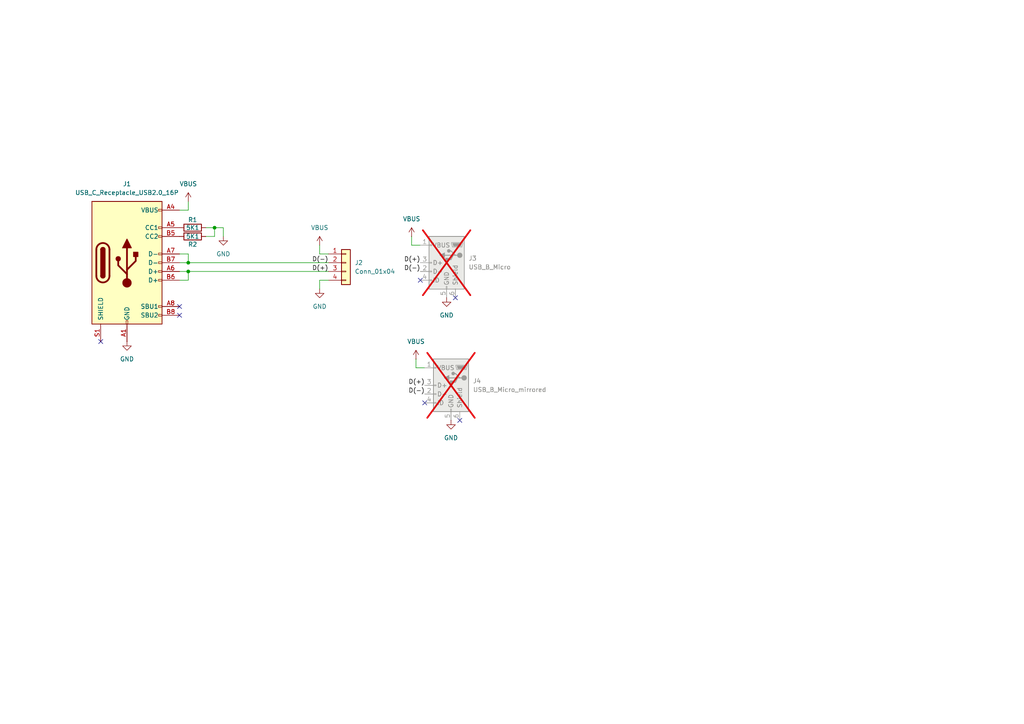
<source format=kicad_sch>
(kicad_sch (version 20250114) (generator "eeschema") (generator_version "9.0")
  (paper "A4")
  (lib_symbols
    (symbol "Connector:USB_B_Micro" (pin_names (offset 1.016))
      (property "Reference" "J" (at -5.08 11.43 0))
      (property "Value" "USB_B_Micro" (at -5.08 8.89 0))
      (symbol "USB_B_Micro_0_1"
        (rectangle (start -5.08 -7.62) (end 5.08 7.62) (stroke (width 0.254)) (fill (type background)))
        (polyline (pts (xy -4.699 5.842) (xy -4.699 5.588) (xy -4.445 4.826) (xy -4.445 4.572) (xy -1.651 4.572) (xy -1.651 4.826) (xy -1.397 5.588) (xy -1.397 5.842) (xy -4.699 5.842)))
        (polyline (pts (xy -4.318 5.588) (xy -1.778 5.588) (xy -2.032 4.826) (xy -4.064 4.826) (xy -4.318 5.588)) (fill (type outline)))
        (circle (center -3.81 2.159) (radius 0.635) (stroke (width 0.254)) (fill (type outline)))
        (polyline (pts (xy -3.175 2.159) (xy -2.54 2.159) (xy -1.27 3.429) (xy -0.635 3.429)) (stroke (width 0.254)))
        (polyline (pts (xy -2.54 2.159) (xy -1.905 2.159) (xy -1.27 0.889) (xy 0 0.889)) (stroke (width 0.254)))
        (polyline (pts (xy -1.905 2.159) (xy 0.635 2.159)) (stroke (width 0.254)))
        (circle (center -0.635 3.429) (radius 0.381) (stroke (width 0.254)) (fill (type outline)))
        (rectangle (start -0.127 -7.62) (end 0.127 -6.858))
        (rectangle (start 0.254 1.27) (end -0.508 0.508) (stroke (width 0.254)) (fill (type outline)))
        (polyline (pts (xy 0.635 2.794) (xy 0.635 1.524) (xy 1.905 2.159) (xy 0.635 2.794)) (stroke (width 0.254)) (fill (type outline)))
        (rectangle (start 5.08 4.953) (end 4.318 5.207))
        (rectangle (start 5.08 -0.127) (end 4.318 0.127))
        (rectangle (start 5.08 -2.667) (end 4.318 -2.413))
        (rectangle (start 5.08 -5.207) (end 4.318 -4.953))
      )
      (symbol "USB_B_Micro_1_1"
        (pin passive line (at -2.54 -10.16 90) (length 2.54) (name "Shield") (number "6"))
        (pin power_out line (at 0 -10.16 90) (length 2.54) (name "GND") (number "5"))
        (pin power_out line (at 7.62 5.08 180) (length 2.54) (name "VBUS") (number "1"))
        (pin bidirectional line (at 7.62 0 180) (length 2.54) (name "D+") (number "3"))
        (pin bidirectional line (at 7.62 -2.54 180) (length 2.54) (name "D-") (number "2"))
        (pin passive line (at 7.62 -5.08 180) (length 2.54) (name "ID") (number "4"))
      )
    )
    (symbol "Connector:USB_C_Receptacle_USB2.0_16P" (pin_names (offset 1.016))
      (property "Reference" "J" (at 0 22.225 0))
      (property "Value" "USB_C_Receptacle_USB2.0_16P" (at 0 19.685 0))
      (symbol "USB_C_Receptacle_USB2.0_16P_0_0"
        (rectangle (start -0.254 -17.78) (end 0.254 -16.764))
        (rectangle (start 10.16 15.494) (end 9.144 14.986))
        (rectangle (start 10.16 10.414) (end 9.144 9.906))
        (rectangle (start 10.16 7.874) (end 9.144 7.366))
        (rectangle (start 10.16 2.794) (end 9.144 2.286))
        (rectangle (start 10.16 0.254) (end 9.144 -0.254))
        (rectangle (start 10.16 -2.286) (end 9.144 -2.794))
        (rectangle (start 10.16 -4.826) (end 9.144 -5.334))
        (rectangle (start 10.16 -12.446) (end 9.144 -12.954))
        (rectangle (start 10.16 -14.986) (end 9.144 -15.494))
      )
      (symbol "USB_C_Receptacle_USB2.0_16P_0_1"
        (rectangle (start -10.16 17.78) (end 10.16 -17.78) (stroke (width 0.254)) (fill (type background)))
        (polyline (pts (xy -8.89 -3.81) (xy -8.89 3.81)) (stroke (width 0.508)))
        (rectangle (start -7.62 -3.81) (end -6.35 3.81) (stroke (width 0.254)) (fill (type outline)))
        (arc (start -7.62 3.81) (mid -6.985 4.4423) (end -6.35 3.81) (stroke (width 0.254)))
        (arc (start -7.62 3.81) (mid -6.985 4.4423) (end -6.35 3.81) (stroke (width 0.254)) (fill (type outline)))
        (arc (start -8.89 3.81) (mid -6.985 5.7067) (end -5.08 3.81) (stroke (width 0.508)))
        (arc (start -5.08 -3.81) (mid -6.985 -5.7067) (end -8.89 -3.81) (stroke (width 0.508)))
        (arc (start -6.35 -3.81) (mid -6.985 -4.4423) (end -7.62 -3.81) (stroke (width 0.254)))
        (arc (start -6.35 -3.81) (mid -6.985 -4.4423) (end -7.62 -3.81) (stroke (width 0.254)) (fill (type outline)))
        (polyline (pts (xy -5.08 3.81) (xy -5.08 -3.81)) (stroke (width 0.508)))
        (circle (center -2.54 1.143) (radius 0.635) (stroke (width 0.254)) (fill (type outline)))
        (polyline (pts (xy -1.27 4.318) (xy 0 6.858) (xy 1.27 4.318) (xy -1.27 4.318)) (stroke (width 0.254)) (fill (type outline)))
        (polyline (pts (xy 0 -2.032) (xy 2.54 0.508) (xy 2.54 1.778)) (stroke (width 0.508)))
        (polyline (pts (xy 0 -3.302) (xy -2.54 -0.762) (xy -2.54 0.508)) (stroke (width 0.508)))
        (polyline (pts (xy 0 -5.842) (xy 0 4.318)) (stroke (width 0.508)))
        (circle (center 0 -5.842) (radius 1.27) (fill (type outline)))
        (rectangle (start 1.905 1.778) (end 3.175 3.048) (stroke (width 0.254)) (fill (type outline)))
      )
      (symbol "USB_C_Receptacle_USB2.0_16P_1_1"
        (pin passive line (at -7.62 -22.86 90) (length 5.08) (name "SHIELD") (number "S1"))
        (pin passive line (at 0 -22.86 90) (length 5.08) (name "GND") (number "A1"))
        (pin passive line (at 0 -22.86 90) (length 5.08) (hide yes) (name "GND") (number "A12"))
        (pin passive line (at 0 -22.86 90) (length 5.08) (hide yes) (name "GND") (number "B1"))
        (pin passive line (at 0 -22.86 90) (length 5.08) (hide yes) (name "GND") (number "B12"))
        (pin passive line (at 15.24 15.24 180) (length 5.08) (name "VBUS") (number "A4"))
        (pin passive line (at 15.24 15.24 180) (length 5.08) (hide yes) (name "VBUS") (number "A9"))
        (pin passive line (at 15.24 15.24 180) (length 5.08) (hide yes) (name "VBUS") (number "B4"))
        (pin passive line (at 15.24 15.24 180) (length 5.08) (hide yes) (name "VBUS") (number "B9"))
        (pin bidirectional line (at 15.24 10.16 180) (length 5.08) (name "CC1") (number "A5"))
        (pin bidirectional line (at 15.24 7.62 180) (length 5.08) (name "CC2") (number "B5"))
        (pin bidirectional line (at 15.24 2.54 180) (length 5.08) (name "D-") (number "A7"))
        (pin bidirectional line (at 15.24 0 180) (length 5.08) (name "D-") (number "B7"))
        (pin bidirectional line (at 15.24 -2.54 180) (length 5.08) (name "D+") (number "A6"))
        (pin bidirectional line (at 15.24 -5.08 180) (length 5.08) (name "D+") (number "B6"))
        (pin bidirectional line (at 15.24 -12.7 180) (length 5.08) (name "SBU1") (number "A8"))
        (pin bidirectional line (at 15.24 -15.24 180) (length 5.08) (name "SBU2") (number "B8"))
      )
    )
    (symbol "Connector_Generic:Conn_01x04" (pin_names (offset 1.016) (hide yes))
      (property "Reference" "J" (at 0 5.08 0))
      (property "Value" "Conn_01x04" (at 0 -7.62 0))
      (symbol "Conn_01x04_1_1"
        (rectangle (start -1.27 3.81) (end 1.27 -6.35) (stroke (width 0.254)) (fill (type background)))
        (rectangle (start -1.27 2.667) (end 0 2.413) (stroke (width 0.1524)))
        (rectangle (start -1.27 0.127) (end 0 -0.127) (stroke (width 0.1524)))
        (rectangle (start -1.27 -2.413) (end 0 -2.667) (stroke (width 0.1524)))
        (rectangle (start -1.27 -4.953) (end 0 -5.207) (stroke (width 0.1524)))
        (pin passive line (at -5.08 2.54 0) (length 3.81) (name "Pin_1") (number "1"))
        (pin passive line (at -5.08 0 0) (length 3.81) (name "Pin_2") (number "2"))
        (pin passive line (at -5.08 -2.54 0) (length 3.81) (name "Pin_3") (number "3"))
        (pin passive line (at -5.08 -5.08 0) (length 3.81) (name "Pin_4") (number "4"))
      )
    )
    (symbol "Device:R" (pin_numbers (hide yes)) (pin_names (offset 0))
      (property "Reference" "R" (at 2.032 0 90))
      (property "Value" "R" (at 0 0 90))
      (symbol "R_0_1"
        (rectangle (start -1.016 -2.54) (end 1.016 2.54) (stroke (width 0.254)))
      )
      (symbol "R_1_1"
        (pin passive line (at 0 3.81 270) (length 1.27) (name "~") (number "1"))
        (pin passive line (at 0 -3.81 90) (length 1.27) (name "~") (number "2"))
      )
    )
    (symbol "power:GND" (power) (pin_numbers (hide yes)) (pin_names (offset 0) (hide yes))
      (property "Value" "GND" (at 0 -3.81 0))
      (symbol "GND_0_1"
        (polyline (pts (xy 0 0) (xy 0 -1.27) (xy 1.27 -1.27) (xy 0 -2.54) (xy -1.27 -1.27) (xy 0 -1.27)))
      )
      (symbol "GND_1_1"
        (pin power_in line (at 0 0 270) (length 0) (name "~") (number "1"))
      )
    )
    (symbol "power:VBUS" (power) (pin_numbers (hide yes)) (pin_names (offset 0) (hide yes))
      (property "Value" "VBUS" (at 0 3.556 0))
      (symbol "VBUS_0_1"
        (polyline (pts (xy -0.762 1.27) (xy 0 2.54)))
        (polyline (pts (xy 0 2.54) (xy 0.762 1.27)))
        (polyline (pts (xy 0 0) (xy 0 2.54)))
      )
      (symbol "VBUS_1_1"
        (pin power_in line (at 0 0 90) (length 0) (name "~") (number "1"))
      )
    )
  )
  (junction (at 54.61 76.2))
  (junction (at 54.61 78.74))
  (junction (at 62.23 66.04))
  (no_connect (at 29.21 99.06))
  (no_connect (at 121.92 81.28))
  (no_connect (at 52.07 91.44))
  (no_connect (at 123.19 116.84))
  (no_connect (at 133.35 121.92))
  (no_connect (at 52.07 88.9))
  (no_connect (at 132.08 86.36))
  (wire (pts (xy 92.71 73.66) (xy 92.71 71.12)))
  (wire (pts (xy 54.61 78.74) (xy 95.25 78.74)))
  (wire (pts (xy 95.25 81.28) (xy 92.71 81.28)))
  (wire (pts (xy 120.65 106.68) (xy 120.65 104.14)))
  (wire (pts (xy 52.07 60.96) (xy 54.61 60.96)))
  (wire (pts (xy 54.61 76.2) (xy 95.25 76.2)))
  (wire (pts (xy 64.77 66.04) (xy 62.23 66.04)))
  (wire (pts (xy 123.19 106.68) (xy 120.65 106.68)))
  (wire (pts (xy 119.38 71.12) (xy 119.38 68.58)))
  (wire (pts (xy 52.07 76.2) (xy 54.61 76.2)))
  (wire (pts (xy 62.23 66.04) (xy 62.23 68.58)))
  (wire (pts (xy 64.77 68.58) (xy 64.77 66.04)))
  (wire (pts (xy 52.07 73.66) (xy 54.61 73.66)))
  (wire (pts (xy 59.69 66.04) (xy 62.23 66.04)))
  (wire (pts (xy 52.07 81.28) (xy 54.61 81.28)))
  (wire (pts (xy 52.07 78.74) (xy 54.61 78.74)))
  (wire (pts (xy 54.61 78.74) (xy 54.61 81.28)))
  (wire (pts (xy 92.71 81.28) (xy 92.71 83.82)))
  (wire (pts (xy 62.23 68.58) (xy 59.69 68.58)))
  (wire (pts (xy 54.61 60.96) (xy 54.61 58.42)))
  (wire (pts (xy 54.61 73.66) (xy 54.61 76.2)))
  (wire (pts (xy 121.92 71.12) (xy 119.38 71.12)))
  (wire (pts (xy 92.71 73.66) (xy 95.25 73.66)))
  (label "D(+)" (at 95.25 78.74 180))
  (label "D(-)" (at 121.92 78.74 180))
  (label "D(-)" (at 95.25 76.2 180))
  (label "D(+)" (at 123.19 111.76 180))
  (label "D(+)" (at 121.92 76.2 180))
  (label "D(-)" (at 123.19 114.3 180))
  (symbol (lib_id "power:VBUS") (at 120.65 104.14 0) (unit 1)
    (property "Reference" "#PWR011" (effects (hide yes)))
    (property "Value" "VBUS" (at 120.65 99.06 0))
    (property "Description" "Power symbol creates a global label with name \"VBUS\"" (effects (hide yes)))
  )
  (symbol (lib_id "power:GND") (at 92.71 83.82 0) (unit 1)
    (property "Reference" "#PWR07" (effects (hide yes)))
    (property "Value" "GND" (at 92.71 88.9 0))
    (property "Description" "Power symbol creates a global label with name \"GND\" , ground" (effects (hide yes)))
  )
  (symbol (lib_id "Device:R") (at 55.88 66.04 90) (unit 1)
    (property "Reference" "R1" (at 55.88 63.754 90))
    (property "Value" "5K1" (at 55.88 66.04 90))
    (property "Footprint" "Resistor_SMD:R_0805_2012Metric" (effects (hide yes)))
    (property "Description" "Resistor" (effects (hide yes)))
  )
  (symbol (lib_id "Connector_Generic:Conn_01x04") (at 100.33 76.2 0) (unit 1)
    (property "Reference" "J2" (at 102.87 76.1999 0) (effects (justify left)))
    (property "Value" "Conn_01x04" (at 102.87 78.7399 0) (effects (justify left)))
    (property "Footprint" "Connector_PinHeader_2.54mm:PinHeader_1x04_P2.54mm_Vertical" (effects (hide yes)))
    (property "Description" "Generic connector, single row, 01x04, script generated (kicad-library-utils/schlib/autogen/connector/)" (effects (hide yes)))
  )
  (symbol (lib_id "power:GND") (at 64.77 68.58 0) (unit 1)
    (property "Reference" "#PWR02" (effects (hide yes)))
    (property "Value" "GND" (at 64.77 73.66 0))
    (property "Description" "Power symbol creates a global label with name \"GND\" , ground" (effects (hide yes)))
  )
  (symbol (lib_id "power:GND") (at 36.83 99.06 0) (unit 1)
    (property "Reference" "#PWR01" (effects (hide yes)))
    (property "Value" "GND" (at 36.83 104.14 0))
    (property "Description" "Power symbol creates a global label with name \"GND\" , ground" (effects (hide yes)))
  )
  (symbol (lib_id "power:GND") (at 129.54 86.36 0) (unit 1)
    (property "Reference" "#PWR09" (effects (hide yes)))
    (property "Value" "GND" (at 129.54 91.44 0))
    (property "Description" "Power symbol creates a global label with name \"GND\" , ground" (effects (hide yes)))
  )
  (symbol (lib_id "power:VBUS") (at 119.38 68.58 0) (unit 1)
    (property "Reference" "#PWR08" (effects (hide yes)))
    (property "Value" "VBUS" (at 119.38 63.5 0))
    (property "Description" "Power symbol creates a global label with name \"VBUS\"" (effects (hide yes)))
  )
  (symbol (lib_id "Connector:USB_B_Micro") (at 130.81 111.76 0) (mirror y) (unit 1) (dnp yes)
    (property "Reference" "J4" (at 137.16 110.4899 0) (effects (justify right)))
    (property "Value" "USB_B_Micro_mirrored" (at 137.16 113.0299 0) (effects (justify right)))
    (property "Footprint" "Connector_USB:USB_Micro-B_Technik_TWP-4002D-H3" (effects (hide yes)))
    (property "Description" "USB Micro Type B connector" (effects (hide yes)))
  )
  (symbol (lib_id "power:GND") (at 130.81 121.92 0) (unit 1)
    (property "Reference" "#PWR012" (effects (hide yes)))
    (property "Value" "GND" (at 130.81 127 0))
    (property "Description" "Power symbol creates a global label with name \"GND\" , ground" (effects (hide yes)))
  )
  (symbol (lib_id "power:VBUS") (at 92.71 71.12 0) (unit 1)
    (property "Reference" "#PWR06" (effects (hide yes)))
    (property "Value" "VBUS" (at 92.71 66.04 0))
    (property "Description" "Power symbol creates a global label with name \"VBUS\"" (effects (hide yes)))
  )
  (symbol (lib_id "Connector:USB_B_Micro") (at 129.54 76.2 0) (mirror y) (unit 1) (dnp yes)
    (property "Reference" "J3" (at 135.89 74.9299 0) (effects (justify right)))
    (property "Value" "USB_B_Micro" (at 135.89 77.4699 0) (effects (justify right)))
    (property "Footprint" "Connector_USB:USB_Micro-B_Technik_TWP-4002D-H3" (effects (hide yes)))
    (property "Description" "USB Micro Type B connector" (effects (hide yes)))
  )
  (symbol (lib_id "power:VBUS") (at 54.61 58.42 0) (unit 1)
    (property "Reference" "#PWR03" (effects (hide yes)))
    (property "Value" "VBUS" (at 54.61 53.34 0))
    (property "Description" "Power symbol creates a global label with name \"VBUS\"" (effects (hide yes)))
  )
  (symbol (lib_id "Connector:USB_C_Receptacle_USB2.0_16P") (at 36.83 76.2 0) (unit 1)
    (property "Reference" "J1" (at 36.83 53.34 0))
    (property "Value" "USB_C_Receptacle_USB2.0_16P" (at 36.83 55.88 0))
    (property "Footprint" "Connector_USB:USB_C_Receptacle_GCT_USB4105-xx-A_16P_TopMnt_Horizontal" (effects (hide yes)))
    (property "Datasheet" "https://www.usb.org/sites/default/files/documents/usb_type-c.zip" (effects (hide yes)))
    (property "Description" "USB 2.0-only 16P Type-C Receptacle connector" (effects (hide yes)))
  )
  (symbol (lib_id "Device:R") (at 55.88 68.58 270) (unit 1)
    (property "Reference" "R2" (at 55.88 70.866 90))
    (property "Value" "5K1" (at 55.88 68.58 90))
    (property "Footprint" "Resistor_SMD:R_0805_2012Metric" (effects (hide yes)))
    (property "Description" "Resistor" (effects (hide yes)))
  )
)
</source>
